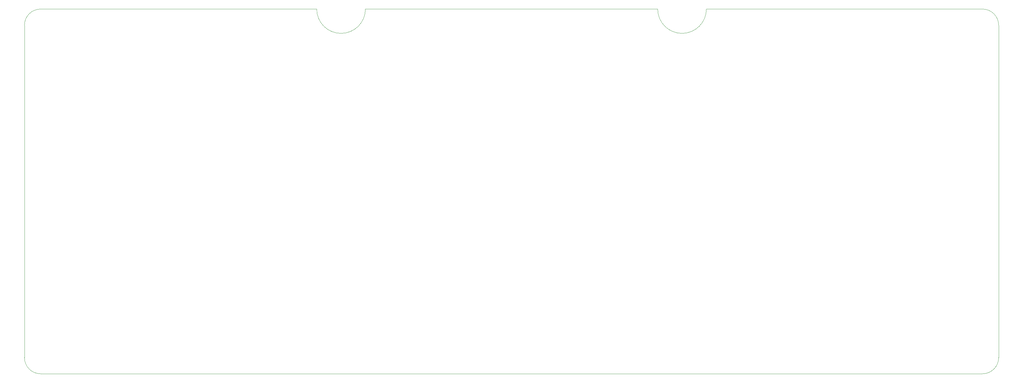
<source format=gm1>
G04 #@! TF.GenerationSoftware,KiCad,Pcbnew,5.1.8*
G04 #@! TF.CreationDate,2020-11-23T09:17:22-05:00*
G04 #@! TF.ProjectId,unix60pcb,756e6978-3630-4706-9362-2e6b69636164,rev?*
G04 #@! TF.SameCoordinates,Original*
G04 #@! TF.FileFunction,Profile,NP*
%FSLAX46Y46*%
G04 Gerber Fmt 4.6, Leading zero omitted, Abs format (unit mm)*
G04 Created by KiCad (PCBNEW 5.1.8) date 2020-11-23 09:17:22*
%MOMM*%
%LPD*%
G01*
G04 APERTURE LIST*
G04 #@! TA.AperFunction,Profile*
%ADD10C,0.050000*%
G04 #@! TD*
G04 APERTURE END LIST*
D10*
X97631250Y-2381250D02*
X16668750Y-2381250D01*
X211931250Y-2381250D02*
X292893750Y-2381250D01*
X111918750Y-2381250D02*
X197643750Y-2381250D01*
X111918750Y-2381250D02*
G75*
G02*
X97631250Y-2381250I-7143750J0D01*
G01*
X211931250Y-2381250D02*
G75*
G02*
X197643750Y-2381250I-7143750J0D01*
G01*
X11906250Y-7143750D02*
G75*
G02*
X16668750Y-2381250I4762500J0D01*
G01*
X292893750Y-2381250D02*
G75*
G02*
X297656250Y-7143750I0J-4762500D01*
G01*
X11906250Y-7143750D02*
X11906250Y-104775000D01*
X297656250Y-7143750D02*
X297656250Y-104775000D01*
X292893750Y-109537500D02*
X16668750Y-109537500D01*
X16668750Y-109537500D02*
G75*
G02*
X11906250Y-104775000I0J4762500D01*
G01*
X297656250Y-104775000D02*
G75*
G02*
X292893750Y-109537500I-4762500J0D01*
G01*
M02*

</source>
